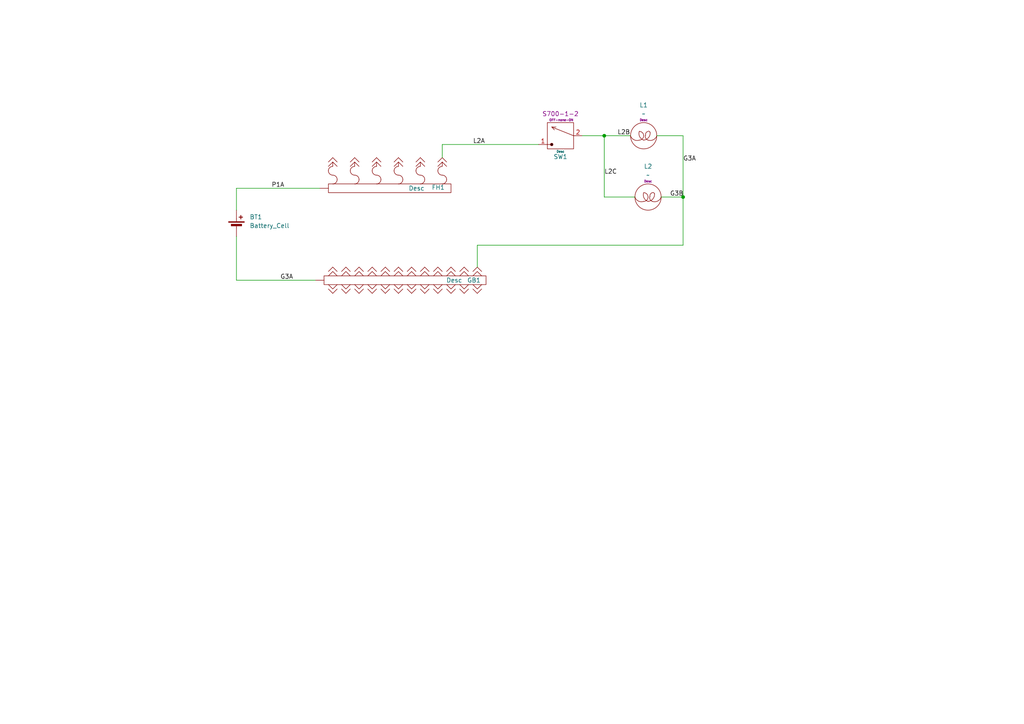
<source format=kicad_sch>
(kicad_sch
	(version 20250114)
	(generator "eeschema")
	(generator_version "9.0")
	(uuid "54b1aeba-9ceb-45cf-abbb-71d5775470ba")
	(paper "A4")
	(lib_symbols
		(symbol "AeroElectricConnectionSymbols:Fuse_Holder_6x"
			(pin_numbers
				(hide yes)
			)
			(pin_names
				(offset 0)
				(hide yes)
			)
			(exclude_from_sim no)
			(in_bom yes)
			(on_board yes)
			(property "Reference" "FH"
				(at -3.556 -14.732 90)
				(do_not_autoplace)
				(effects
					(font
						(size 1.27 1.27)
					)
					(justify left)
				)
			)
			(property "Value" "Desc"
				(at -3.81 -8.89 90)
				(do_not_autoplace)
				(effects
					(font
						(size 1.27 1.27)
					)
					(justify left)
				)
			)
			(property "Footprint" ""
				(at -2.54 11.43 0)
				(effects
					(font
						(size 1.27 1.27)
					)
					(hide yes)
				)
			)
			(property "Datasheet" ""
				(at -2.54 11.43 0)
				(effects
					(font
						(size 1.27 1.27)
					)
					(hide yes)
				)
			)
			(property "Description" ""
				(at -2.54 11.43 0)
				(effects
					(font
						(size 1.27 1.27)
					)
					(hide yes)
				)
			)
			(symbol "Fuse_Holder_6x_0_1"
				(rectangle
					(start -5.08 19.05)
					(end -2.54 -16.51)
					(stroke
						(width 0)
						(type default)
					)
					(fill
						(type none)
					)
				)
				(arc
					(start 0 17.78)
					(mid -0.372 16.882)
					(end -1.27 16.51)
					(stroke
						(width 0)
						(type default)
					)
					(fill
						(type none)
					)
				)
				(arc
					(start 0 11.43)
					(mid -0.372 10.532)
					(end -1.27 10.16)
					(stroke
						(width 0)
						(type default)
					)
					(fill
						(type none)
					)
				)
				(arc
					(start 0 5.08)
					(mid -0.372 4.182)
					(end -1.27 3.81)
					(stroke
						(width 0)
						(type default)
					)
					(fill
						(type none)
					)
				)
				(arc
					(start 0 -1.27)
					(mid -0.372 -2.168)
					(end -1.27 -2.54)
					(stroke
						(width 0)
						(type default)
					)
					(fill
						(type none)
					)
				)
				(arc
					(start 0 -7.62)
					(mid -0.372 -8.518)
					(end -1.27 -8.89)
					(stroke
						(width 0)
						(type default)
					)
					(fill
						(type none)
					)
				)
				(arc
					(start 0 -13.97)
					(mid -0.372 -14.868)
					(end -1.27 -15.24)
					(stroke
						(width 0)
						(type default)
					)
					(fill
						(type none)
					)
				)
				(arc
					(start -1.27 16.51)
					(mid -2.168 16.882)
					(end -2.54 17.78)
					(stroke
						(width 0)
						(type default)
					)
					(fill
						(type none)
					)
				)
				(arc
					(start -1.27 10.16)
					(mid -2.168 10.532)
					(end -2.54 11.43)
					(stroke
						(width 0)
						(type default)
					)
					(fill
						(type none)
					)
				)
				(arc
					(start -1.27 3.81)
					(mid -2.168 4.182)
					(end -2.54 5.08)
					(stroke
						(width 0)
						(type default)
					)
					(fill
						(type none)
					)
				)
				(arc
					(start -1.27 -2.54)
					(mid -2.168 -2.168)
					(end -2.54 -1.27)
					(stroke
						(width 0)
						(type default)
					)
					(fill
						(type none)
					)
				)
				(arc
					(start -1.27 -8.89)
					(mid -2.168 -8.518)
					(end -2.54 -7.62)
					(stroke
						(width 0)
						(type default)
					)
					(fill
						(type none)
					)
				)
				(arc
					(start -1.27 -15.24)
					(mid -2.168 -14.868)
					(end -2.54 -13.97)
					(stroke
						(width 0)
						(type default)
					)
					(fill
						(type none)
					)
				)
				(arc
					(start 0 17.78)
					(mid 0.372 18.678)
					(end 1.27 19.05)
					(stroke
						(width 0)
						(type default)
					)
					(fill
						(type none)
					)
				)
				(arc
					(start 1.27 19.05)
					(mid 2.168 18.678)
					(end 2.54 17.78)
					(stroke
						(width 0)
						(type default)
					)
					(fill
						(type none)
					)
				)
				(arc
					(start 0 11.43)
					(mid 0.372 12.328)
					(end 1.27 12.7)
					(stroke
						(width 0)
						(type default)
					)
					(fill
						(type none)
					)
				)
				(arc
					(start 1.27 12.7)
					(mid 2.168 12.328)
					(end 2.54 11.43)
					(stroke
						(width 0)
						(type default)
					)
					(fill
						(type none)
					)
				)
				(arc
					(start 0 5.08)
					(mid 0.372 5.978)
					(end 1.27 6.35)
					(stroke
						(width 0)
						(type default)
					)
					(fill
						(type none)
					)
				)
				(arc
					(start 1.27 6.35)
					(mid 2.168 5.978)
					(end 2.54 5.08)
					(stroke
						(width 0)
						(type default)
					)
					(fill
						(type none)
					)
				)
				(arc
					(start 0 -1.27)
					(mid 0.372 -0.372)
					(end 1.27 0)
					(stroke
						(width 0)
						(type default)
					)
					(fill
						(type none)
					)
				)
				(arc
					(start 1.27 0)
					(mid 2.168 -0.372)
					(end 2.54 -1.27)
					(stroke
						(width 0)
						(type default)
					)
					(fill
						(type none)
					)
				)
				(arc
					(start 0 -7.62)
					(mid 0.372 -6.722)
					(end 1.27 -6.35)
					(stroke
						(width 0)
						(type default)
					)
					(fill
						(type none)
					)
				)
				(arc
					(start 1.27 -6.35)
					(mid 2.168 -6.722)
					(end 2.54 -7.62)
					(stroke
						(width 0)
						(type default)
					)
					(fill
						(type none)
					)
				)
				(arc
					(start 0 -13.97)
					(mid 0.372 -13.072)
					(end 1.27 -12.7)
					(stroke
						(width 0)
						(type default)
					)
					(fill
						(type none)
					)
				)
				(arc
					(start 1.27 -12.7)
					(mid 2.168 -13.072)
					(end 2.54 -13.97)
					(stroke
						(width 0)
						(type default)
					)
					(fill
						(type none)
					)
				)
				(polyline
					(pts
						(xy 2.54 16.51) (xy 3.81 17.78) (xy 2.54 19.05)
					)
					(stroke
						(width 0)
						(type default)
					)
					(fill
						(type none)
					)
				)
				(polyline
					(pts
						(xy 2.54 10.16) (xy 3.81 11.43) (xy 2.54 12.7)
					)
					(stroke
						(width 0)
						(type default)
					)
					(fill
						(type none)
					)
				)
				(polyline
					(pts
						(xy 2.54 3.81) (xy 3.81 5.08) (xy 2.54 6.35)
					)
					(stroke
						(width 0)
						(type default)
					)
					(fill
						(type none)
					)
				)
				(polyline
					(pts
						(xy 2.54 -2.54) (xy 3.81 -1.27) (xy 2.54 0)
					)
					(stroke
						(width 0)
						(type default)
					)
					(fill
						(type none)
					)
				)
				(polyline
					(pts
						(xy 2.54 -8.89) (xy 3.81 -7.62) (xy 2.54 -6.35)
					)
					(stroke
						(width 0)
						(type default)
					)
					(fill
						(type none)
					)
				)
				(polyline
					(pts
						(xy 2.54 -15.24) (xy 3.81 -13.97) (xy 2.54 -12.7)
					)
					(stroke
						(width 0)
						(type default)
					)
					(fill
						(type none)
					)
				)
				(polyline
					(pts
						(xy 3.81 16.51) (xy 5.08 17.78) (xy 3.81 19.05)
					)
					(stroke
						(width 0)
						(type default)
					)
					(fill
						(type none)
					)
				)
				(polyline
					(pts
						(xy 3.81 10.16) (xy 5.08 11.43) (xy 3.81 12.7)
					)
					(stroke
						(width 0)
						(type default)
					)
					(fill
						(type none)
					)
				)
				(polyline
					(pts
						(xy 3.81 3.81) (xy 5.08 5.08) (xy 3.81 6.35)
					)
					(stroke
						(width 0)
						(type default)
					)
					(fill
						(type none)
					)
				)
				(polyline
					(pts
						(xy 3.81 -2.54) (xy 5.08 -1.27) (xy 3.81 0)
					)
					(stroke
						(width 0)
						(type default)
					)
					(fill
						(type none)
					)
				)
				(polyline
					(pts
						(xy 3.81 -8.89) (xy 5.08 -7.62) (xy 3.81 -6.35)
					)
					(stroke
						(width 0)
						(type default)
					)
					(fill
						(type none)
					)
				)
				(polyline
					(pts
						(xy 3.81 -15.24) (xy 5.08 -13.97) (xy 3.81 -12.7)
					)
					(stroke
						(width 0)
						(type default)
					)
					(fill
						(type none)
					)
				)
			)
			(symbol "Fuse_Holder_6x_1_1"
				(polyline
					(pts
						(xy 2.54 17.78) (xy 2.54 17.78)
					)
					(stroke
						(width 0)
						(type default)
					)
					(fill
						(type none)
					)
				)
				(polyline
					(pts
						(xy 2.54 17.78) (xy 2.54 17.78)
					)
					(stroke
						(width 0)
						(type default)
					)
					(fill
						(type none)
					)
				)
				(polyline
					(pts
						(xy 2.54 11.43) (xy 2.54 11.43)
					)
					(stroke
						(width 0)
						(type default)
					)
					(fill
						(type none)
					)
				)
				(polyline
					(pts
						(xy 2.54 11.43) (xy 2.54 11.43)
					)
					(stroke
						(width 0)
						(type default)
					)
					(fill
						(type none)
					)
				)
				(polyline
					(pts
						(xy 2.54 5.08) (xy 2.54 5.08)
					)
					(stroke
						(width 0)
						(type default)
					)
					(fill
						(type none)
					)
				)
				(polyline
					(pts
						(xy 2.54 5.08) (xy 2.54 5.08)
					)
					(stroke
						(width 0)
						(type default)
					)
					(fill
						(type none)
					)
				)
				(polyline
					(pts
						(xy 2.54 -1.27) (xy 2.54 -1.27)
					)
					(stroke
						(width 0)
						(type default)
					)
					(fill
						(type none)
					)
				)
				(polyline
					(pts
						(xy 2.54 -1.27) (xy 2.54 -1.27)
					)
					(stroke
						(width 0)
						(type default)
					)
					(fill
						(type none)
					)
				)
				(polyline
					(pts
						(xy 2.54 -7.62) (xy 2.54 -7.62)
					)
					(stroke
						(width 0)
						(type default)
					)
					(fill
						(type none)
					)
				)
				(polyline
					(pts
						(xy 2.54 -7.62) (xy 2.54 -7.62)
					)
					(stroke
						(width 0)
						(type default)
					)
					(fill
						(type none)
					)
				)
				(polyline
					(pts
						(xy 2.54 -13.97) (xy 2.54 -13.97)
					)
					(stroke
						(width 0)
						(type default)
					)
					(fill
						(type none)
					)
				)
				(polyline
					(pts
						(xy 2.54 -13.97) (xy 2.54 -13.97)
					)
					(stroke
						(width 0)
						(type default)
					)
					(fill
						(type none)
					)
				)
				(polyline
					(pts
						(xy 3.81 17.78) (xy 2.54 17.78)
					)
					(stroke
						(width 0)
						(type default)
					)
					(fill
						(type none)
					)
				)
				(polyline
					(pts
						(xy 3.81 11.43) (xy 2.54 11.43)
					)
					(stroke
						(width 0)
						(type default)
					)
					(fill
						(type none)
					)
				)
				(polyline
					(pts
						(xy 3.81 5.08) (xy 2.54 5.08)
					)
					(stroke
						(width 0)
						(type default)
					)
					(fill
						(type none)
					)
				)
				(polyline
					(pts
						(xy 3.81 -1.27) (xy 2.54 -1.27)
					)
					(stroke
						(width 0)
						(type default)
					)
					(fill
						(type none)
					)
				)
				(polyline
					(pts
						(xy 3.81 -7.62) (xy 2.54 -7.62)
					)
					(stroke
						(width 0)
						(type default)
					)
					(fill
						(type none)
					)
				)
				(polyline
					(pts
						(xy 3.81 -13.97) (xy 2.54 -13.97)
					)
					(stroke
						(width 0)
						(type default)
					)
					(fill
						(type none)
					)
				)
				(pin passive line
					(at -3.81 21.59 270)
					(length 2.54)
					(name "Pwr"
						(effects
							(font
								(size 1.27 1.27)
							)
						)
					)
					(number "1"
						(effects
							(font
								(size 1.27 1.27)
							)
						)
					)
				)
				(pin passive line
					(at 5.08 17.78 180)
					(length 0)
					(name "Desc"
						(effects
							(font
								(size 1.27 1.27)
							)
						)
					)
					(number "Val_A"
						(effects
							(font
								(size 1.27 1.27)
							)
						)
					)
				)
				(pin passive line
					(at 5.08 11.43 180)
					(length 0)
					(name "Desc"
						(effects
							(font
								(size 1.27 1.27)
							)
						)
					)
					(number "Val_A"
						(effects
							(font
								(size 1.27 1.27)
							)
						)
					)
				)
				(pin passive line
					(at 5.08 5.08 180)
					(length 0)
					(name "Desc"
						(effects
							(font
								(size 1.27 1.27)
							)
						)
					)
					(number "Val_A"
						(effects
							(font
								(size 1.27 1.27)
							)
						)
					)
				)
				(pin passive line
					(at 5.08 -1.27 180)
					(length 0)
					(name "Desc"
						(effects
							(font
								(size 1.27 1.27)
							)
						)
					)
					(number "Val_A"
						(effects
							(font
								(size 1.27 1.27)
							)
						)
					)
				)
				(pin passive line
					(at 5.08 -7.62 180)
					(length 0)
					(name "Desc"
						(effects
							(font
								(size 1.27 1.27)
							)
						)
					)
					(number "Val_A"
						(effects
							(font
								(size 1.27 1.27)
							)
						)
					)
				)
				(pin passive line
					(at 5.08 -13.97 180)
					(length 0)
					(name "Desc"
						(effects
							(font
								(size 1.27 1.27)
							)
						)
					)
					(number "Val_A"
						(effects
							(font
								(size 1.27 1.27)
							)
						)
					)
				)
			)
			(embedded_fonts no)
		)
		(symbol "AeroElectricConnectionSymbols:Ground_Block_24x"
			(pin_numbers
				(hide yes)
			)
			(pin_names
				(offset 0)
				(hide yes)
			)
			(exclude_from_sim no)
			(in_bom yes)
			(on_board yes)
			(property "Reference" "GB"
				(at 0 -22.606 90)
				(do_not_autoplace)
				(effects
					(font
						(size 1.27 1.27)
					)
					(justify left)
				)
			)
			(property "Value" "Desc"
				(at 0 -17.272 90)
				(do_not_autoplace)
				(effects
					(font
						(size 1.27 1.27)
					)
					(justify left)
				)
			)
			(property "Footprint" ""
				(at 1.27 13.97 0)
				(effects
					(font
						(size 1.27 1.27)
					)
					(hide yes)
				)
			)
			(property "Datasheet" "GB24 Grounding Block"
				(at 1.27 13.97 0)
				(effects
					(font
						(size 1.27 1.27)
					)
					(hide yes)
				)
			)
			(property "Description" ""
				(at 1.27 13.97 0)
				(effects
					(font
						(size 1.27 1.27)
					)
					(hide yes)
				)
			)
			(symbol "Ground_Block_24x_0_1"
				(polyline
					(pts
						(xy -2.54 21.59) (xy -3.81 20.32) (xy -2.54 19.05)
					)
					(stroke
						(width 0)
						(type default)
					)
					(fill
						(type none)
					)
				)
				(polyline
					(pts
						(xy -2.54 17.78) (xy -3.81 16.51) (xy -2.54 15.24)
					)
					(stroke
						(width 0)
						(type default)
					)
					(fill
						(type none)
					)
				)
				(polyline
					(pts
						(xy -2.54 13.97) (xy -3.81 12.7) (xy -2.54 11.43)
					)
					(stroke
						(width 0)
						(type default)
					)
					(fill
						(type none)
					)
				)
				(polyline
					(pts
						(xy -2.54 10.16) (xy -3.81 8.89) (xy -2.54 7.62)
					)
					(stroke
						(width 0)
						(type default)
					)
					(fill
						(type none)
					)
				)
				(polyline
					(pts
						(xy -2.54 6.35) (xy -3.81 5.08) (xy -2.54 3.81)
					)
					(stroke
						(width 0)
						(type default)
					)
					(fill
						(type none)
					)
				)
				(polyline
					(pts
						(xy -2.54 2.54) (xy -3.81 1.27) (xy -2.54 0)
					)
					(stroke
						(width 0)
						(type default)
					)
					(fill
						(type none)
					)
				)
				(polyline
					(pts
						(xy -2.54 -1.27) (xy -3.81 -2.54) (xy -2.54 -3.81)
					)
					(stroke
						(width 0)
						(type default)
					)
					(fill
						(type none)
					)
				)
				(polyline
					(pts
						(xy -2.54 -5.08) (xy -3.81 -6.35) (xy -2.54 -7.62)
					)
					(stroke
						(width 0)
						(type default)
					)
					(fill
						(type none)
					)
				)
				(polyline
					(pts
						(xy -2.54 -8.89) (xy -3.81 -10.16) (xy -2.54 -11.43)
					)
					(stroke
						(width 0)
						(type default)
					)
					(fill
						(type none)
					)
				)
				(polyline
					(pts
						(xy -2.54 -12.7) (xy -3.81 -13.97) (xy -2.54 -15.24)
					)
					(stroke
						(width 0)
						(type default)
					)
					(fill
						(type none)
					)
				)
				(polyline
					(pts
						(xy -2.54 -16.51) (xy -3.81 -17.78) (xy -2.54 -19.05)
					)
					(stroke
						(width 0)
						(type default)
					)
					(fill
						(type none)
					)
				)
				(polyline
					(pts
						(xy -2.54 -20.32) (xy -3.81 -21.59) (xy -2.54 -22.86)
					)
					(stroke
						(width 0)
						(type default)
					)
					(fill
						(type none)
					)
				)
				(rectangle
					(start -1.27 22.86)
					(end 1.27 -24.13)
					(stroke
						(width 0)
						(type default)
					)
					(fill
						(type none)
					)
				)
				(polyline
					(pts
						(xy -1.27 21.59) (xy -2.54 20.32) (xy -1.27 19.05)
					)
					(stroke
						(width 0)
						(type default)
					)
					(fill
						(type none)
					)
				)
				(polyline
					(pts
						(xy -1.27 17.78) (xy -2.54 16.51) (xy -1.27 15.24)
					)
					(stroke
						(width 0)
						(type default)
					)
					(fill
						(type none)
					)
				)
				(polyline
					(pts
						(xy -1.27 13.97) (xy -2.54 12.7) (xy -1.27 11.43)
					)
					(stroke
						(width 0)
						(type default)
					)
					(fill
						(type none)
					)
				)
				(polyline
					(pts
						(xy -1.27 10.16) (xy -2.54 8.89) (xy -1.27 7.62)
					)
					(stroke
						(width 0)
						(type default)
					)
					(fill
						(type none)
					)
				)
				(polyline
					(pts
						(xy -1.27 6.35) (xy -2.54 5.08) (xy -1.27 3.81)
					)
					(stroke
						(width 0)
						(type default)
					)
					(fill
						(type none)
					)
				)
				(polyline
					(pts
						(xy -1.27 2.54) (xy -2.54 1.27) (xy -1.27 0)
					)
					(stroke
						(width 0)
						(type default)
					)
					(fill
						(type none)
					)
				)
				(polyline
					(pts
						(xy -1.27 -1.27) (xy -2.54 -2.54) (xy -1.27 -3.81)
					)
					(stroke
						(width 0)
						(type default)
					)
					(fill
						(type none)
					)
				)
				(polyline
					(pts
						(xy -1.27 -5.08) (xy -2.54 -6.35) (xy -1.27 -7.62)
					)
					(stroke
						(width 0)
						(type default)
					)
					(fill
						(type none)
					)
				)
				(polyline
					(pts
						(xy -1.27 -8.89) (xy -2.54 -10.16) (xy -1.27 -11.43)
					)
					(stroke
						(width 0)
						(type default)
					)
					(fill
						(type none)
					)
				)
				(polyline
					(pts
						(xy -1.27 -12.7) (xy -2.54 -13.97) (xy -1.27 -15.24)
					)
					(stroke
						(width 0)
						(type default)
					)
					(fill
						(type none)
					)
				)
				(polyline
					(pts
						(xy -1.27 -16.51) (xy -2.54 -17.78) (xy -1.27 -19.05)
					)
					(stroke
						(width 0)
						(type default)
					)
					(fill
						(type none)
					)
				)
				(polyline
					(pts
						(xy -1.27 -20.32) (xy -2.54 -21.59) (xy -1.27 -22.86)
					)
					(stroke
						(width 0)
						(type default)
					)
					(fill
						(type none)
					)
				)
				(polyline
					(pts
						(xy 1.27 19.05) (xy 2.54 20.32) (xy 1.27 21.59)
					)
					(stroke
						(width 0)
						(type default)
					)
					(fill
						(type none)
					)
				)
				(polyline
					(pts
						(xy 1.27 15.24) (xy 2.54 16.51) (xy 1.27 17.78)
					)
					(stroke
						(width 0)
						(type default)
					)
					(fill
						(type none)
					)
				)
				(polyline
					(pts
						(xy 1.27 11.43) (xy 2.54 12.7) (xy 1.27 13.97)
					)
					(stroke
						(width 0)
						(type default)
					)
					(fill
						(type none)
					)
				)
				(polyline
					(pts
						(xy 1.27 7.62) (xy 2.54 8.89) (xy 1.27 10.16)
					)
					(stroke
						(width 0)
						(type default)
					)
					(fill
						(type none)
					)
				)
				(polyline
					(pts
						(xy 1.27 3.81) (xy 2.54 5.08) (xy 1.27 6.35)
					)
					(stroke
						(width 0)
						(type default)
					)
					(fill
						(type none)
					)
				)
				(polyline
					(pts
						(xy 1.27 0) (xy 2.54 1.27) (xy 1.27 2.54)
					)
					(stroke
						(width 0)
						(type default)
					)
					(fill
						(type none)
					)
				)
				(polyline
					(pts
						(xy 1.27 -3.81) (xy 2.54 -2.54) (xy 1.27 -1.27)
					)
					(stroke
						(width 0)
						(type default)
					)
					(fill
						(type none)
					)
				)
				(polyline
					(pts
						(xy 1.27 -7.62) (xy 2.54 -6.35) (xy 1.27 -5.08)
					)
					(stroke
						(width 0)
						(type default)
					)
					(fill
						(type none)
					)
				)
				(polyline
					(pts
						(xy 1.27 -11.43) (xy 2.54 -10.16) (xy 1.27 -8.89)
					)
					(stroke
						(width 0)
						(type default)
					)
					(fill
						(type none)
					)
				)
				(polyline
					(pts
						(xy 1.27 -15.24) (xy 2.54 -13.97) (xy 1.27 -12.7)
					)
					(stroke
						(width 0)
						(type default)
					)
					(fill
						(type none)
					)
				)
				(polyline
					(pts
						(xy 1.27 -19.05) (xy 2.54 -17.78) (xy 1.27 -16.51)
					)
					(stroke
						(width 0)
						(type default)
					)
					(fill
						(type none)
					)
				)
				(polyline
					(pts
						(xy 1.27 -22.86) (xy 2.54 -21.59) (xy 1.27 -20.32)
					)
					(stroke
						(width 0)
						(type default)
					)
					(fill
						(type none)
					)
				)
				(polyline
					(pts
						(xy 2.54 19.05) (xy 3.81 20.32) (xy 2.54 21.59)
					)
					(stroke
						(width 0)
						(type default)
					)
					(fill
						(type none)
					)
				)
				(polyline
					(pts
						(xy 2.54 15.24) (xy 3.81 16.51) (xy 2.54 17.78)
					)
					(stroke
						(width 0)
						(type default)
					)
					(fill
						(type none)
					)
				)
				(polyline
					(pts
						(xy 2.54 11.43) (xy 3.81 12.7) (xy 2.54 13.97)
					)
					(stroke
						(width 0)
						(type default)
					)
					(fill
						(type none)
					)
				)
				(polyline
					(pts
						(xy 2.54 7.62) (xy 3.81 8.89) (xy 2.54 10.16)
					)
					(stroke
						(width 0)
						(type default)
					)
					(fill
						(type none)
					)
				)
				(polyline
					(pts
						(xy 2.54 3.81) (xy 3.81 5.08) (xy 2.54 6.35)
					)
					(stroke
						(width 0)
						(type default)
					)
					(fill
						(type none)
					)
				)
				(polyline
					(pts
						(xy 2.54 0) (xy 3.81 1.27) (xy 2.54 2.54)
					)
					(stroke
						(width 0)
						(type default)
					)
					(fill
						(type none)
					)
				)
				(polyline
					(pts
						(xy 2.54 -3.81) (xy 3.81 -2.54) (xy 2.54 -1.27)
					)
					(stroke
						(width 0)
						(type default)
					)
					(fill
						(type none)
					)
				)
				(polyline
					(pts
						(xy 2.54 -7.62) (xy 3.81 -6.35) (xy 2.54 -5.08)
					)
					(stroke
						(width 0)
						(type default)
					)
					(fill
						(type none)
					)
				)
				(polyline
					(pts
						(xy 2.54 -11.43) (xy 3.81 -10.16) (xy 2.54 -8.89)
					)
					(stroke
						(width 0)
						(type default)
					)
					(fill
						(type none)
					)
				)
				(polyline
					(pts
						(xy 2.54 -15.24) (xy 3.81 -13.97) (xy 2.54 -12.7)
					)
					(stroke
						(width 0)
						(type default)
					)
					(fill
						(type none)
					)
				)
				(polyline
					(pts
						(xy 2.54 -19.05) (xy 3.81 -17.78) (xy 2.54 -16.51)
					)
					(stroke
						(width 0)
						(type default)
					)
					(fill
						(type none)
					)
				)
				(polyline
					(pts
						(xy 2.54 -22.86) (xy 3.81 -21.59) (xy 2.54 -20.32)
					)
					(stroke
						(width 0)
						(type default)
					)
					(fill
						(type none)
					)
				)
			)
			(symbol "Ground_Block_24x_1_1"
				(polyline
					(pts
						(xy -6.35 20.32) (xy -6.35 20.32)
					)
					(stroke
						(width 0)
						(type default)
					)
					(fill
						(type none)
					)
				)
				(polyline
					(pts
						(xy -6.35 20.32) (xy -6.35 20.32)
					)
					(stroke
						(width 0)
						(type default)
					)
					(fill
						(type none)
					)
				)
				(polyline
					(pts
						(xy -6.35 16.51) (xy -6.35 16.51)
					)
					(stroke
						(width 0)
						(type default)
					)
					(fill
						(type none)
					)
				)
				(polyline
					(pts
						(xy -6.35 16.51) (xy -6.35 16.51)
					)
					(stroke
						(width 0)
						(type default)
					)
					(fill
						(type none)
					)
				)
				(polyline
					(pts
						(xy -6.35 12.7) (xy -6.35 12.7)
					)
					(stroke
						(width 0)
						(type default)
					)
					(fill
						(type none)
					)
				)
				(polyline
					(pts
						(xy -6.35 12.7) (xy -6.35 12.7)
					)
					(stroke
						(width 0)
						(type default)
					)
					(fill
						(type none)
					)
				)
				(polyline
					(pts
						(xy -6.35 8.89) (xy -6.35 8.89)
					)
					(stroke
						(width 0)
						(type default)
					)
					(fill
						(type none)
					)
				)
				(polyline
					(pts
						(xy -6.35 8.89) (xy -6.35 8.89)
					)
					(stroke
						(width 0)
						(type default)
					)
					(fill
						(type none)
					)
				)
				(polyline
					(pts
						(xy -6.35 5.08) (xy -6.35 5.08)
					)
					(stroke
						(width 0)
						(type default)
					)
					(fill
						(type none)
					)
				)
				(polyline
					(pts
						(xy -6.35 5.08) (xy -6.35 5.08)
					)
					(stroke
						(width 0)
						(type default)
					)
					(fill
						(type none)
					)
				)
				(polyline
					(pts
						(xy -6.35 1.27) (xy -6.35 1.27)
					)
					(stroke
						(width 0)
						(type default)
					)
					(fill
						(type none)
					)
				)
				(polyline
					(pts
						(xy -6.35 1.27) (xy -6.35 1.27)
					)
					(stroke
						(width 0)
						(type default)
					)
					(fill
						(type none)
					)
				)
				(polyline
					(pts
						(xy -6.35 -2.54) (xy -6.35 -2.54)
					)
					(stroke
						(width 0)
						(type default)
					)
					(fill
						(type none)
					)
				)
				(polyline
					(pts
						(xy -6.35 -2.54) (xy -6.35 -2.54)
					)
					(stroke
						(width 0)
						(type default)
					)
					(fill
						(type none)
					)
				)
				(polyline
					(pts
						(xy -6.35 -6.35) (xy -6.35 -6.35)
					)
					(stroke
						(width 0)
						(type default)
					)
					(fill
						(type none)
					)
				)
				(polyline
					(pts
						(xy -6.35 -6.35) (xy -6.35 -6.35)
					)
					(stroke
						(width 0)
						(type default)
					)
					(fill
						(type none)
					)
				)
				(polyline
					(pts
						(xy -6.35 -10.16) (xy -6.35 -10.16)
					)
					(stroke
						(width 0)
						(type default)
					)
					(fill
						(type none)
					)
				)
				(polyline
					(pts
						(xy -6.35 -10.16) (xy -6.35 -10.16)
					)
					(stroke
						(width 0)
						(type default)
					)
					(fill
						(type none)
					)
				)
				(polyline
					(pts
						(xy -6.35 -13.97) (xy -6.35 -13.97)
					)
					(stroke
						(width 0)
						(type default)
					)
					(fill
						(type none)
					)
				)
				(polyline
					(pts
						(xy -6.35 -13.97) (xy -6.35 -13.97)
					)
					(stroke
						(width 0)
						(type default)
					)
					(fill
						(type none)
					)
				)
				(polyline
					(pts
						(xy -6.35 -17.78) (xy -6.35 -17.78)
					)
					(stroke
						(width 0)
						(type default)
					)
					(fill
						(type none)
					)
				)
				(polyline
					(pts
						(xy -6.35 -17.78) (xy -6.35 -17.78)
					)
					(stroke
						(width 0)
						(type default)
					)
					(fill
						(type none)
					)
				)
				(polyline
					(pts
						(xy -6.35 -21.59) (xy -6.35 -21.59)
					)
					(stroke
						(width 0)
						(type default)
					)
					(fill
						(type none)
					)
				)
				(polyline
					(pts
						(xy -6.35 -21.59) (xy -6.35 -21.59)
					)
					(stroke
						(width 0)
						(type default)
					)
					(fill
						(type none)
					)
				)
				(polyline
					(pts
						(xy 6.35 20.32) (xy 6.35 20.32)
					)
					(stroke
						(width 0)
						(type default)
					)
					(fill
						(type none)
					)
				)
				(polyline
					(pts
						(xy 6.35 20.32) (xy 6.35 20.32)
					)
					(stroke
						(width 0)
						(type default)
					)
					(fill
						(type none)
					)
				)
				(polyline
					(pts
						(xy 6.35 16.51) (xy 6.35 16.51)
					)
					(stroke
						(width 0)
						(type default)
					)
					(fill
						(type none)
					)
				)
				(polyline
					(pts
						(xy 6.35 16.51) (xy 6.35 16.51)
					)
					(stroke
						(width 0)
						(type default)
					)
					(fill
						(type none)
					)
				)
				(polyline
					(pts
						(xy 6.35 12.7) (xy 6.35 12.7)
					)
					(stroke
						(width 0)
						(type default)
					)
					(fill
						(type none)
					)
				)
				(polyline
					(pts
						(xy 6.35 12.7) (xy 6.35 12.7)
					)
					(stroke
						(width 0)
						(type default)
					)
					(fill
						(type none)
					)
				)
				(polyline
					(pts
						(xy 6.35 8.89) (xy 6.35 8.89)
					)
					(stroke
						(width 0)
						(type default)
					)
					(fill
						(type none)
					)
				)
				(polyline
					(pts
						(xy 6.35 8.89) (xy 6.35 8.89)
					)
					(stroke
						(width 0)
						(type default)
					)
					(fill
						(type none)
					)
				)
				(polyline
					(pts
						(xy 6.35 5.08) (xy 6.35 5.08)
					)
					(stroke
						(width 0)
						(type default)
					)
					(fill
						(type none)
					)
				)
				(polyline
					(pts
						(xy 6.35 5.08) (xy 6.35 5.08)
					)
					(stroke
						(width 0)
						(type default)
					)
					(fill
						(type none)
					)
				)
				(polyline
					(pts
						(xy 6.35 1.27) (xy 6.35 1.27)
					)
					(stroke
						(width 0)
						(type default)
					)
					(fill
						(type none)
					)
				)
				(polyline
					(pts
						(xy 6.35 1.27) (xy 6.35 1.27)
					)
					(stroke
						(width 0)
						(type default)
					)
					(fill
						(type none)
					)
				)
				(polyline
					(pts
						(xy 6.35 -2.54) (xy 6.35 -2.54)
					)
					(stroke
						(width 0)
						(type default)
					)
					(fill
						(type none)
					)
				)
				(polyline
					(pts
						(xy 6.35 -2.54) (xy 6.35 -2.54)
					)
					(stroke
						(width 0)
						(type default)
					)
					(fill
						(type none)
					)
				)
				(polyline
					(pts
						(xy 6.35 -6.35) (xy 6.35 -6.35)
					)
					(stroke
						(width 0)
						(type default)
					)
					(fill
						(type none)
					)
				)
				(polyline
					(pts
						(xy 6.35 -6.35) (xy 6.35 -6.35)
					)
					(stroke
						(width 0)
						(type default)
					)
					(fill
						(type none)
					)
				)
				(polyline
					(pts
						(xy 6.35 -10.16) (xy 6.35 -10.16)
					)
					(stroke
						(width 0)
						(type default)
					)
					(fill
						(type none)
					)
				)
				(polyline
					(pts
						(xy 6.35 -10.16) (xy 6.35 -10.16)
					)
					(stroke
						(width 0)
						(type default)
					)
					(fill
						(type none)
					)
				)
				(polyline
					(pts
						(xy 6.35 -13.97) (xy 6.35 -13.97)
					)
					(stroke
						(width 0)
						(type default)
					)
					(fill
						(type none)
					)
				)
				(polyline
					(pts
						(xy 6.35 -13.97) (xy 6.35 -13.97)
					)
					(stroke
						(width 0)
						(type default)
					)
					(fill
						(type none)
					)
				)
				(polyline
					(pts
						(xy 6.35 -17.78) (xy 6.35 -17.78)
					)
					(stroke
						(width 0)
						(type default)
					)
					(fill
						(type none)
					)
				)
				(polyline
					(pts
						(xy 6.35 -17.78) (xy 6.35 -17.78)
					)
					(stroke
						(width 0)
						(type default)
					)
					(fill
						(type none)
					)
				)
				(polyline
					(pts
						(xy 6.35 -21.59) (xy 6.35 -21.59)
					)
					(stroke
						(width 0)
						(type default)
					)
					(fill
						(type none)
					)
				)
				(polyline
					(pts
						(xy 6.35 -21.59) (xy 6.35 -21.59)
					)
					(stroke
						(width 0)
						(type default)
					)
					(fill
						(type none)
					)
				)
				(pin passive line
					(at -3.81 20.32 0)
					(length 0)
					(name "Desc"
						(effects
							(font
								(size 1.27 1.27)
							)
						)
					)
					(number "Val_A"
						(effects
							(font
								(size 1.27 1.27)
							)
						)
					)
				)
				(pin passive line
					(at -3.81 16.51 0)
					(length 0)
					(name "Desc"
						(effects
							(font
								(size 1.27 1.27)
							)
						)
					)
					(number "Val_A"
						(effects
							(font
								(size 1.27 1.27)
							)
						)
					)
				)
				(pin passive line
					(at -3.81 12.7 0)
					(length 0)
					(name "Desc"
						(effects
							(font
								(size 1.27 1.27)
							)
						)
					)
					(number "Val_A"
						(effects
							(font
								(size 1.27 1.27)
							)
						)
					)
				)
				(pin passive line
					(at -3.81 8.89 0)
					(length 0)
					(name "Desc"
						(effects
							(font
								(size 1.27 1.27)
							)
						)
					)
					(number "Val_A"
						(effects
							(font
								(size 1.27 1.27)
							)
						)
					)
				)
				(pin passive line
					(at -3.81 5.08 0)
					(length 0)
					(name "Desc"
						(effects
							(font
								(size 1.27 1.27)
							)
						)
					)
					(number "Val_A"
						(effects
							(font
								(size 1.27 1.27)
							)
						)
					)
				)
				(pin passive line
					(at -3.81 1.27 0)
					(length 0)
					(name "Desc"
						(effects
							(font
								(size 1.27 1.27)
							)
						)
					)
					(number "Val_A"
						(effects
							(font
								(size 1.27 1.27)
							)
						)
					)
				)
				(pin passive line
					(at -3.81 -2.54 0)
					(length 0)
					(name "Desc"
						(effects
							(font
								(size 1.27 1.27)
							)
						)
					)
					(number "Val_A"
						(effects
							(font
								(size 1.27 1.27)
							)
						)
					)
				)
				(pin passive line
					(at -3.81 -6.35 0)
					(length 0)
					(name "Desc"
						(effects
							(font
								(size 1.27 1.27)
							)
						)
					)
					(number "Val_A"
						(effects
							(font
								(size 1.27 1.27)
							)
						)
					)
				)
				(pin passive line
					(at -3.81 -10.16 0)
					(length 0)
					(name "Desc"
						(effects
							(font
								(size 1.27 1.27)
							)
						)
					)
					(number "Val_A"
						(effects
							(font
								(size 1.27 1.27)
							)
						)
					)
				)
				(pin passive line
					(at -3.81 -13.97 0)
					(length 0)
					(name "Desc"
						(effects
							(font
								(size 1.27 1.27)
							)
						)
					)
					(number "Val_A"
						(effects
							(font
								(size 1.27 1.27)
							)
						)
					)
				)
				(pin passive line
					(at -3.81 -17.78 0)
					(length 0)
					(name "Desc"
						(effects
							(font
								(size 1.27 1.27)
							)
						)
					)
					(number "Val_A"
						(effects
							(font
								(size 1.27 1.27)
							)
						)
					)
				)
				(pin passive line
					(at -3.81 -21.59 0)
					(length 0)
					(name "Desc"
						(effects
							(font
								(size 1.27 1.27)
							)
						)
					)
					(number "Val_A"
						(effects
							(font
								(size 1.27 1.27)
							)
						)
					)
				)
				(pin passive line
					(at 0 25.4 270)
					(length 2.54)
					(name "Pwr"
						(effects
							(font
								(size 1.27 1.27)
							)
						)
					)
					(number "1"
						(effects
							(font
								(size 1.27 1.27)
							)
						)
					)
				)
				(pin passive line
					(at 3.81 20.32 180)
					(length 0)
					(name "Desc"
						(effects
							(font
								(size 1.27 1.27)
							)
						)
					)
					(number "Val_A"
						(effects
							(font
								(size 1.27 1.27)
							)
						)
					)
				)
				(pin passive line
					(at 3.81 16.51 180)
					(length 0)
					(name "Desc"
						(effects
							(font
								(size 1.27 1.27)
							)
						)
					)
					(number "Val_A"
						(effects
							(font
								(size 1.27 1.27)
							)
						)
					)
				)
				(pin passive line
					(at 3.81 12.7 180)
					(length 0)
					(name "Desc"
						(effects
							(font
								(size 1.27 1.27)
							)
						)
					)
					(number "Val_A"
						(effects
							(font
								(size 1.27 1.27)
							)
						)
					)
				)
				(pin passive line
					(at 3.81 8.89 180)
					(length 0)
					(name "Desc"
						(effects
							(font
								(size 1.27 1.27)
							)
						)
					)
					(number "Val_A"
						(effects
							(font
								(size 1.27 1.27)
							)
						)
					)
				)
				(pin passive line
					(at 3.81 5.08 180)
					(length 0)
					(name "Desc"
						(effects
							(font
								(size 1.27 1.27)
							)
						)
					)
					(number "Val_A"
						(effects
							(font
								(size 1.27 1.27)
							)
						)
					)
				)
				(pin passive line
					(at 3.81 1.27 180)
					(length 0)
					(name "Desc"
						(effects
							(font
								(size 1.27 1.27)
							)
						)
					)
					(number "Val_A"
						(effects
							(font
								(size 1.27 1.27)
							)
						)
					)
				)
				(pin passive line
					(at 3.81 -2.54 180)
					(length 0)
					(name "Desc"
						(effects
							(font
								(size 1.27 1.27)
							)
						)
					)
					(number "Val_A"
						(effects
							(font
								(size 1.27 1.27)
							)
						)
					)
				)
				(pin passive line
					(at 3.81 -6.35 180)
					(length 0)
					(name "Desc"
						(effects
							(font
								(size 1.27 1.27)
							)
						)
					)
					(number "Val_A"
						(effects
							(font
								(size 1.27 1.27)
							)
						)
					)
				)
				(pin passive line
					(at 3.81 -10.16 180)
					(length 0)
					(name "Desc"
						(effects
							(font
								(size 1.27 1.27)
							)
						)
					)
					(number "Val_A"
						(effects
							(font
								(size 1.27 1.27)
							)
						)
					)
				)
				(pin passive line
					(at 3.81 -13.97 180)
					(length 0)
					(name "Desc"
						(effects
							(font
								(size 1.27 1.27)
							)
						)
					)
					(number "Val_A"
						(effects
							(font
								(size 1.27 1.27)
							)
						)
					)
				)
				(pin passive line
					(at 3.81 -17.78 180)
					(length 0)
					(name "Desc"
						(effects
							(font
								(size 1.27 1.27)
							)
						)
					)
					(number "Val_A"
						(effects
							(font
								(size 1.27 1.27)
							)
						)
					)
				)
				(pin passive line
					(at 3.81 -21.59 180)
					(length 0)
					(name "Desc"
						(effects
							(font
								(size 1.27 1.27)
							)
						)
					)
					(number "Val_A"
						(effects
							(font
								(size 1.27 1.27)
							)
						)
					)
				)
			)
			(embedded_fonts no)
		)
		(symbol "AeroElectricConnectionSymbols:Lamp"
			(pin_numbers
				(hide yes)
			)
			(pin_names
				(hide yes)
			)
			(exclude_from_sim no)
			(in_bom yes)
			(on_board yes)
			(property "Reference" "L"
				(at 0 6.096 0)
				(effects
					(font
						(size 1.27 1.27)
					)
				)
			)
			(property "Value" ""
				(at 0 0 90)
				(effects
					(font
						(size 1.27 1.27)
					)
				)
			)
			(property "Footprint" ""
				(at 0 0 90)
				(effects
					(font
						(size 1.27 1.27)
					)
					(hide yes)
				)
			)
			(property "Datasheet" ""
				(at 0 0 90)
				(effects
					(font
						(size 1.27 1.27)
					)
					(hide yes)
				)
			)
			(property "Description" "Desc"
				(at 0 4.572 0)
				(do_not_autoplace)
				(effects
					(font
						(size 0.635 0.635)
					)
				)
			)
			(symbol "Lamp_0_1"
				(arc
					(start -1.27 -1.27)
					(mid -2.803 -1.1611)
					(end -3.81 0)
					(stroke
						(width 0)
						(type default)
					)
					(fill
						(type none)
					)
				)
				(arc
					(start 0 0)
					(mid -0.372 -0.898)
					(end -1.27 -1.27)
					(stroke
						(width 0)
						(type default)
					)
					(fill
						(type none)
					)
				)
				(arc
					(start -1.27 1.27)
					(mid -0.372 0.898)
					(end 0 0)
					(stroke
						(width 0)
						(type default)
					)
					(fill
						(type none)
					)
				)
				(arc
					(start 1.8758 0.9538)
					(mid 1.3985 -0.5466)
					(end 0 -1.27)
					(stroke
						(width 0)
						(type default)
					)
					(fill
						(type none)
					)
				)
				(circle
					(center 0 0)
					(radius 3.81)
					(stroke
						(width 0)
						(type default)
					)
					(fill
						(type none)
					)
				)
				(arc
					(start 0 -1.27)
					(mid -1.1611 -0.263)
					(end -1.27 1.27)
					(stroke
						(width 0)
						(type default)
					)
					(fill
						(type none)
					)
				)
				(arc
					(start 1.3671 1.3353)
					(mid 1.6919 1.2279)
					(end 1.844 0.922)
					(stroke
						(width 0)
						(type default)
					)
					(fill
						(type none)
					)
				)
				(arc
					(start 0.5722 0.1271)
					(mid 0.6847 0.8428)
					(end 1.27 1.27)
					(stroke
						(width 0)
						(type default)
					)
					(fill
						(type none)
					)
				)
				(arc
					(start 1.27 -1.27)
					(mid 0.6002 -0.7291)
					(end 0.5086 0.1271)
					(stroke
						(width 0)
						(type default)
					)
					(fill
						(type none)
					)
				)
				(arc
					(start 3.81 0)
					(mid 2.803 -1.1611)
					(end 1.27 -1.27)
					(stroke
						(width 0)
						(type default)
					)
					(fill
						(type none)
					)
				)
			)
			(symbol "Lamp_1_1"
				(pin passive line
					(at -3.81 0 0)
					(length 0)
					(name "In"
						(effects
							(font
								(size 1.27 1.27)
							)
						)
					)
					(number "1"
						(effects
							(font
								(size 1.27 1.27)
							)
						)
					)
				)
				(pin passive line
					(at 3.81 0 180)
					(length 0)
					(name "Out"
						(effects
							(font
								(size 1.27 1.27)
							)
						)
					)
					(number "2"
						(effects
							(font
								(size 1.27 1.27)
							)
						)
					)
				)
			)
			(embedded_fonts no)
		)
		(symbol "AeroElectricConnectionSymbols:S700-1-2"
			(pin_names
				(hide yes)
			)
			(exclude_from_sim no)
			(in_bom yes)
			(on_board yes)
			(property "Reference" "SW"
				(at 0 6.096 0)
				(do_not_autoplace)
				(effects
					(font
						(size 1.27 1.27)
					)
				)
			)
			(property "Value" "Desc"
				(at 0 4.572 0)
				(do_not_autoplace)
				(effects
					(font
						(size 0.635 0.635)
					)
				)
			)
			(property "Footprint" ""
				(at 0 3.048 0)
				(effects
					(font
						(size 1.27 1.27)
					)
					(hide yes)
				)
			)
			(property "Datasheet" "S700-1-2"
				(at -0.254 -7.366 0)
				(effects
					(font
						(size 1.27 1.27)
					)
				)
			)
			(property "Description" "OFF-none-ON"
				(at -0.254 -4.572 0)
				(do_not_autoplace)
				(effects
					(font
						(size 0.635 0.635)
					)
				)
			)
			(symbol "S700-1-2_0_1"
				(rectangle
					(start -3.81 3.81)
					(end 3.81 -3.81)
					(stroke
						(width 0)
						(type default)
					)
					(fill
						(type none)
					)
				)
				(polyline
					(pts
						(xy -3.81 0) (xy 2.54 -2.54) (xy 1.7627 -1.6939)
					)
					(stroke
						(width 0)
						(type default)
					)
					(fill
						(type none)
					)
				)
				(circle
					(center 2.54 2.54)
					(radius 0.381)
					(stroke
						(width 0)
						(type default)
					)
					(fill
						(type color)
						(color 0 0 0 1)
					)
				)
				(polyline
					(pts
						(xy 2.54 -2.54) (xy 1.27 -2.54)
					)
					(stroke
						(width 0)
						(type default)
					)
					(fill
						(type none)
					)
				)
				(polyline
					(pts
						(xy 3.81 2.54) (xy 2.54 2.54)
					)
					(stroke
						(width 0)
						(type default)
					)
					(fill
						(type none)
					)
				)
			)
			(symbol "S700-1-2_1_1"
				(pin passive line
					(at -6.35 0 0)
					(length 2.54)
					(name "IN"
						(effects
							(font
								(size 1.27 1.27)
							)
						)
					)
					(number "2"
						(effects
							(font
								(size 1.27 1.27)
							)
						)
					)
				)
				(pin passive line
					(at 6.35 2.54 180)
					(length 2.54)
					(name "ON"
						(effects
							(font
								(size 1.27 1.27)
							)
						)
					)
					(number "1"
						(effects
							(font
								(size 1.27 1.27)
							)
						)
					)
				)
			)
			(embedded_fonts no)
		)
		(symbol "Device:Battery_Cell"
			(pin_numbers
				(hide yes)
			)
			(pin_names
				(offset 0)
				(hide yes)
			)
			(exclude_from_sim no)
			(in_bom yes)
			(on_board yes)
			(property "Reference" "BT"
				(at 2.54 2.54 0)
				(effects
					(font
						(size 1.27 1.27)
					)
					(justify left)
				)
			)
			(property "Value" "Battery_Cell"
				(at 2.54 0 0)
				(effects
					(font
						(size 1.27 1.27)
					)
					(justify left)
				)
			)
			(property "Footprint" ""
				(at 0 1.524 90)
				(effects
					(font
						(size 1.27 1.27)
					)
					(hide yes)
				)
			)
			(property "Datasheet" "~"
				(at 0 1.524 90)
				(effects
					(font
						(size 1.27 1.27)
					)
					(hide yes)
				)
			)
			(property "Description" "Single-cell battery"
				(at 0 0 0)
				(effects
					(font
						(size 1.27 1.27)
					)
					(hide yes)
				)
			)
			(property "ki_keywords" "battery cell"
				(at 0 0 0)
				(effects
					(font
						(size 1.27 1.27)
					)
					(hide yes)
				)
			)
			(symbol "Battery_Cell_0_1"
				(rectangle
					(start -2.286 1.778)
					(end 2.286 1.524)
					(stroke
						(width 0)
						(type default)
					)
					(fill
						(type outline)
					)
				)
				(rectangle
					(start -1.524 1.016)
					(end 1.524 0.508)
					(stroke
						(width 0)
						(type default)
					)
					(fill
						(type outline)
					)
				)
				(polyline
					(pts
						(xy 0 1.778) (xy 0 2.54)
					)
					(stroke
						(width 0)
						(type default)
					)
					(fill
						(type none)
					)
				)
				(polyline
					(pts
						(xy 0 0.762) (xy 0 0)
					)
					(stroke
						(width 0)
						(type default)
					)
					(fill
						(type none)
					)
				)
				(polyline
					(pts
						(xy 0.762 3.048) (xy 1.778 3.048)
					)
					(stroke
						(width 0.254)
						(type default)
					)
					(fill
						(type none)
					)
				)
				(polyline
					(pts
						(xy 1.27 3.556) (xy 1.27 2.54)
					)
					(stroke
						(width 0.254)
						(type default)
					)
					(fill
						(type none)
					)
				)
			)
			(symbol "Battery_Cell_1_1"
				(pin passive line
					(at 0 5.08 270)
					(length 2.54)
					(name "+"
						(effects
							(font
								(size 1.27 1.27)
							)
						)
					)
					(number "1"
						(effects
							(font
								(size 1.27 1.27)
							)
						)
					)
				)
				(pin passive line
					(at 0 -2.54 90)
					(length 2.54)
					(name "-"
						(effects
							(font
								(size 1.27 1.27)
							)
						)
					)
					(number "2"
						(effects
							(font
								(size 1.27 1.27)
							)
						)
					)
				)
			)
			(embedded_fonts no)
		)
	)
	(junction
		(at 175.26 39.37)
		(diameter 0)
		(color 0 0 0 0)
		(uuid "1d3c4f88-91ed-45bb-bd26-ab44bd65a605")
	)
	(junction
		(at 198.12 57.15)
		(diameter 0)
		(color 0 0 0 0)
		(uuid "7852bf32-58b8-49a3-a8e8-be125d88e40b")
	)
	(wire
		(pts
			(xy 191.77 57.15) (xy 198.12 57.15)
		)
		(stroke
			(width 0)
			(type default)
		)
		(uuid "0abd63f8-58ae-4423-9d09-d56d0539f904")
	)
	(wire
		(pts
			(xy 128.27 45.72) (xy 128.27 41.91)
		)
		(stroke
			(width 0)
			(type default)
		)
		(uuid "1cea6079-5075-49f7-aa21-4a37819fc4dc")
	)
	(wire
		(pts
			(xy 68.58 54.61) (xy 92.71 54.61)
		)
		(stroke
			(width 0)
			(type default)
		)
		(uuid "347cb6a7-d08d-498b-9d2b-68a60fa1c887")
	)
	(wire
		(pts
			(xy 68.58 68.58) (xy 68.58 81.28)
		)
		(stroke
			(width 0)
			(type default)
		)
		(uuid "37205bcf-7bfe-49a7-86ff-214fa5e89a21")
	)
	(wire
		(pts
			(xy 68.58 60.96) (xy 68.58 54.61)
		)
		(stroke
			(width 0)
			(type default)
		)
		(uuid "422b4c93-8e62-4249-92e4-3d5140302a20")
	)
	(wire
		(pts
			(xy 68.58 81.28) (xy 91.44 81.28)
		)
		(stroke
			(width 0)
			(type default)
		)
		(uuid "4beac7f7-2185-4e49-8394-35d6b5bb5700")
	)
	(wire
		(pts
			(xy 175.26 57.15) (xy 175.26 39.37)
		)
		(stroke
			(width 0)
			(type default)
		)
		(uuid "6d5e0adf-cb83-45f6-a17f-967a5fea8464")
	)
	(wire
		(pts
			(xy 175.26 39.37) (xy 182.88 39.37)
		)
		(stroke
			(width 0)
			(type default)
		)
		(uuid "8e6a93ad-ec31-451e-b505-375038ec1665")
	)
	(wire
		(pts
			(xy 138.43 77.47) (xy 138.43 71.12)
		)
		(stroke
			(width 0)
			(type default)
		)
		(uuid "8fd2b36b-a370-4c2b-96db-334719b94bb5")
	)
	(wire
		(pts
			(xy 198.12 57.15) (xy 198.12 39.37)
		)
		(stroke
			(width 0)
			(type default)
		)
		(uuid "94cc658e-faac-4da7-83a0-cf4dde89c1d4")
	)
	(wire
		(pts
			(xy 138.43 71.12) (xy 198.12 71.12)
		)
		(stroke
			(width 0)
			(type default)
		)
		(uuid "9c6a54c3-d3d0-44dc-bd00-235e2a72ec6b")
	)
	(wire
		(pts
			(xy 198.12 39.37) (xy 190.5 39.37)
		)
		(stroke
			(width 0)
			(type default)
		)
		(uuid "9fbb09e8-6dbb-4188-a048-b7da31bde1fd")
	)
	(wire
		(pts
			(xy 198.12 71.12) (xy 198.12 57.15)
		)
		(stroke
			(width 0)
			(type default)
		)
		(uuid "cdda3f58-c933-4246-8e10-1ff8724c9580")
	)
	(wire
		(pts
			(xy 184.15 57.15) (xy 175.26 57.15)
		)
		(stroke
			(width 0)
			(type default)
		)
		(uuid "dce720b5-8515-4d56-ae8b-47adc0fe1fee")
	)
	(wire
		(pts
			(xy 128.27 41.91) (xy 156.21 41.91)
		)
		(stroke
			(width 0)
			(type default)
		)
		(uuid "df308672-7ce2-405e-bb87-d76763ca3b84")
	)
	(wire
		(pts
			(xy 168.91 39.37) (xy 175.26 39.37)
		)
		(stroke
			(width 0)
			(type default)
		)
		(uuid "f9d99456-e7ba-4894-8f41-9088957eabfb")
	)
	(label "P1A"
		(at 78.74 54.61 0)
		(effects
			(font
				(size 1.27 1.27)
			)
			(justify left bottom)
		)
		(uuid "0032598d-4465-44c8-abc3-28f67b537e09")
	)
	(label "L2C"
		(at 175.26 50.8 0)
		(effects
			(font
				(size 1.27 1.27)
			)
			(justify left bottom)
		)
		(uuid "0fe64eba-acb2-477e-8015-94e70ad20aa7")
	)
	(label "G3A"
		(at 198.12 46.99 0)
		(effects
			(font
				(size 1.27 1.27)
			)
			(justify left bottom)
		)
		(uuid "4d6bc7b4-0b64-4273-bf56-fca680e87aba")
	)
	(label "L2B"
		(at 179.07 39.37 0)
		(effects
			(font
				(size 1.27 1.27)
			)
			(justify left bottom)
		)
		(uuid "5e82689e-59c9-47de-8e39-b9ffc989e216")
	)
	(label "G3A"
		(at 81.28 81.28 0)
		(effects
			(font
				(size 1.27 1.27)
			)
			(justify left bottom)
		)
		(uuid "bcd0766a-9388-4a76-8196-4cfd05743509")
	)
	(label "G3B"
		(at 194.31 57.15 0)
		(effects
			(font
				(size 1.27 1.27)
			)
			(justify left bottom)
		)
		(uuid "ca6ce57b-ab04-4872-afd4-0e8d5df1cdd9")
	)
	(label "L2A"
		(at 137.16 41.91 0)
		(effects
			(font
				(size 1.27 1.27)
			)
			(justify left bottom)
		)
		(uuid "fb3e8f06-9869-4457-b977-ec88528ec8c8")
	)
	(symbol
		(lib_id "Device:Battery_Cell")
		(at 68.58 66.04 0)
		(unit 1)
		(exclude_from_sim no)
		(in_bom yes)
		(on_board yes)
		(dnp no)
		(fields_autoplaced yes)
		(uuid "46dd77f4-3b24-4ac8-8530-40f060c0ac79")
		(property "Reference" "BT1"
			(at 72.39 62.9284 0)
			(effects
				(font
					(size 1.27 1.27)
				)
				(justify left)
			)
		)
		(property "Value" "Battery_Cell"
			(at 72.39 65.4684 0)
			(effects
				(font
					(size 1.27 1.27)
				)
				(justify left)
			)
		)
		(property "Footprint" "|(1,0,0)S40"
			(at 68.58 64.516 90)
			(effects
				(font
					(size 1.27 1.27)
				)
				(hide yes)
			)
		)
		(property "Datasheet" "~"
			(at 68.58 64.516 90)
			(effects
				(font
					(size 1.27 1.27)
				)
				(hide yes)
			)
		)
		(property "Description" "Single-cell battery"
			(at 68.58 66.04 0)
			(effects
				(font
					(size 1.27 1.27)
				)
				(hide yes)
			)
		)
		(pin "1"
			(uuid "07c4f6fc-b54c-4c37-8a63-8ac8a11c75bb")
		)
		(pin "2"
			(uuid "475d45b6-fde2-4a65-a01c-45e0c5547959")
		)
		(instances
			(project ""
				(path "/54b1aeba-9ceb-45cf-abbb-71d5775470ba"
					(reference "BT1")
					(unit 1)
				)
			)
		)
	)
	(symbol
		(lib_id "AeroElectricConnectionSymbols:Lamp")
		(at 187.96 57.15 0)
		(unit 1)
		(exclude_from_sim no)
		(in_bom yes)
		(on_board yes)
		(dnp no)
		(fields_autoplaced yes)
		(uuid "6cac849d-0f21-4790-983d-fef7c36eb8bb")
		(property "Reference" "L2"
			(at 187.96 48.26 0)
			(effects
				(font
					(size 1.27 1.27)
				)
			)
		)
		(property "Value" "~"
			(at 187.96 50.8 0)
			(effects
				(font
					(size 1.27 1.27)
				)
			)
		)
		(property "Footprint" "|(0,0,-100)L2.5"
			(at 187.96 57.15 90)
			(effects
				(font
					(size 1.27 1.27)
				)
				(hide yes)
			)
		)
		(property "Datasheet" ""
			(at 187.96 57.15 90)
			(effects
				(font
					(size 1.27 1.27)
				)
				(hide yes)
			)
		)
		(property "Description" "Desc"
			(at 187.96 52.578 0)
			(do_not_autoplace yes)
			(effects
				(font
					(size 0.635 0.635)
				)
			)
		)
		(pin "2"
			(uuid "c79b85ca-f3b7-46e2-a325-8d8280d744e2")
		)
		(pin "1"
			(uuid "fb085010-6b14-46f6-ad44-7e611932220b")
		)
		(instances
			(project ""
				(path "/54b1aeba-9ceb-45cf-abbb-71d5775470ba"
					(reference "L2")
					(unit 1)
				)
			)
		)
	)
	(symbol
		(lib_id "AeroElectricConnectionSymbols:Lamp")
		(at 186.69 39.37 0)
		(unit 1)
		(exclude_from_sim no)
		(in_bom yes)
		(on_board yes)
		(dnp no)
		(fields_autoplaced yes)
		(uuid "793d1bff-38bc-4095-9752-e48502caced9")
		(property "Reference" "L1"
			(at 186.69 30.48 0)
			(effects
				(font
					(size 1.27 1.27)
				)
			)
		)
		(property "Value" "~"
			(at 186.69 33.02 0)
			(effects
				(font
					(size 1.27 1.27)
				)
			)
		)
		(property "Footprint" "|(0,0,100)L2.5"
			(at 186.69 39.37 90)
			(effects
				(font
					(size 1.27 1.27)
				)
				(hide yes)
			)
		)
		(property "Datasheet" ""
			(at 186.69 39.37 90)
			(effects
				(font
					(size 1.27 1.27)
				)
				(hide yes)
			)
		)
		(property "Description" "Desc"
			(at 186.69 34.798 0)
			(do_not_autoplace yes)
			(effects
				(font
					(size 0.635 0.635)
				)
			)
		)
		(pin "1"
			(uuid "91ea46f7-9e18-4c59-9959-a63e9a1ed86f")
		)
		(pin "2"
			(uuid "aeb19508-2cec-4924-bc80-ab91eaa73fc5")
		)
		(instances
			(project ""
				(path "/54b1aeba-9ceb-45cf-abbb-71d5775470ba"
					(reference "L1")
					(unit 1)
				)
			)
		)
	)
	(symbol
		(lib_id "AeroElectricConnectionSymbols:S700-1-2")
		(at 162.56 39.37 180)
		(unit 1)
		(exclude_from_sim no)
		(in_bom yes)
		(on_board yes)
		(dnp no)
		(fields_autoplaced yes)
		(uuid "7a2c9ba6-d496-4c92-b67b-ea7f2b94fbda")
		(property "Reference" "SW1"
			(at 162.56 45.466 0)
			(do_not_autoplace yes)
			(effects
				(font
					(size 1.27 1.27)
				)
			)
		)
		(property "Value" "Desc"
			(at 162.56 43.942 0)
			(do_not_autoplace yes)
			(effects
				(font
					(size 0.635 0.635)
				)
			)
		)
		(property "Footprint" "|(10,0,0)R20"
			(at 162.56 42.418 0)
			(effects
				(font
					(size 1.27 1.27)
				)
				(hide yes)
			)
		)
		(property "Datasheet" "S700-1-2"
			(at 162.56 33.02 0)
			(effects
				(font
					(size 1.27 1.27)
				)
			)
		)
		(property "Description" "OFF-none-ON"
			(at 162.814 34.798 0)
			(do_not_autoplace yes)
			(effects
				(font
					(size 0.635 0.635)
				)
			)
		)
		(pin "2"
			(uuid "0e834183-16dc-4c24-a75b-b230ab372638")
		)
		(pin "1"
			(uuid "00f0b7a5-de31-4d24-a888-e799c6edfaf1")
		)
		(instances
			(project ""
				(path "/54b1aeba-9ceb-45cf-abbb-71d5775470ba"
					(reference "SW1")
					(unit 1)
				)
			)
		)
	)
	(symbol
		(lib_id "AeroElectricConnectionSymbols:Fuse_Holder_6x")
		(at 114.3 50.8 90)
		(unit 1)
		(exclude_from_sim no)
		(in_bom yes)
		(on_board yes)
		(dnp no)
		(fields_autoplaced yes)
		(uuid "84cdce85-d89b-48c6-a95e-315239753583")
		(property "Reference" "FH1"
			(at 129.032 54.356 90)
			(do_not_autoplace yes)
			(effects
				(font
					(size 1.27 1.27)
				)
				(justify left)
			)
		)
		(property "Value" "Desc"
			(at 123.19 54.61 90)
			(do_not_autoplace yes)
			(effects
				(font
					(size 1.27 1.27)
				)
				(justify left)
			)
		)
		(property "Footprint" "|(0,10,0)R50"
			(at 102.87 53.34 0)
			(effects
				(font
					(size 1.27 1.27)
				)
				(hide yes)
			)
		)
		(property "Datasheet" ""
			(at 102.87 53.34 0)
			(effects
				(font
					(size 1.27 1.27)
				)
				(hide yes)
			)
		)
		(property "Description" ""
			(at 102.87 53.34 0)
			(effects
				(font
					(size 1.27 1.27)
				)
				(hide yes)
			)
		)
		(pin "1"
			(uuid "e46d89e9-8abc-48e7-b551-d92643e9892c")
		)
		(pin "Val_A"
			(uuid "1c8f6f9d-22c8-42df-9482-e2f110cd873b")
		)
		(pin "Val_A"
			(uuid "185df627-8129-45d1-b78b-1c926d2a9ab2")
		)
		(pin "Val_A"
			(uuid "75a610e0-4475-4ce2-95f7-0e2d347ca258")
		)
		(pin "Val_A"
			(uuid "4dc194c0-2c87-4e1d-b455-c1c19502bce8")
		)
		(pin "Val_A"
			(uuid "39934670-1097-4caf-927f-602827ddcb64")
		)
		(pin "Val_A"
			(uuid "1e9e14e1-e784-47b8-8f40-f0228efbe0d6")
		)
		(instances
			(project ""
				(path "/54b1aeba-9ceb-45cf-abbb-71d5775470ba"
					(reference "FH1")
					(unit 1)
				)
			)
		)
	)
	(symbol
		(lib_id "AeroElectricConnectionSymbols:Ground_Block_24x")
		(at 116.84 81.28 90)
		(unit 1)
		(exclude_from_sim no)
		(in_bom yes)
		(on_board yes)
		(dnp no)
		(fields_autoplaced yes)
		(uuid "fb652f5a-509b-46af-bcd5-cc4d6db4c32c")
		(property "Reference" "GB1"
			(at 139.446 81.28 90)
			(do_not_autoplace yes)
			(effects
				(font
					(size 1.27 1.27)
				)
				(justify left)
			)
		)
		(property "Value" "Desc"
			(at 134.112 81.28 90)
			(do_not_autoplace yes)
			(effects
				(font
					(size 1.27 1.27)
				)
				(justify left)
			)
		)
		(property "Footprint" "|(0,-10,0)R40"
			(at 102.87 80.01 0)
			(effects
				(font
					(size 1.27 1.27)
				)
				(hide yes)
			)
		)
		(property "Datasheet" "GB24 Grounding Block"
			(at 102.87 80.01 0)
			(effects
				(font
					(size 1.27 1.27)
				)
				(hide yes)
			)
		)
		(property "Description" ""
			(at 102.87 80.01 0)
			(effects
				(font
					(size 1.27 1.27)
				)
				(hide yes)
			)
		)
		(pin "Val_A"
			(uuid "4212d235-bb7d-46c7-9cca-205942ce7715")
		)
		(pin "Val_A"
			(uuid "06ce6d65-ea29-48c6-93b6-4fc31e0c884b")
		)
		(pin "Val_A"
			(uuid "fa941509-5594-4ca1-a361-6272303c8bdc")
		)
		(pin "Val_A"
			(uuid "bb45f752-b91b-4ec7-8256-42936d555e98")
		)
		(pin "Val_A"
			(uuid "8c8bd54d-bc85-4026-900b-d67054c0f709")
		)
		(pin "Val_A"
			(uuid "c87a4027-8a8d-4523-8e33-3f693a1b845c")
		)
		(pin "Val_A"
			(uuid "522b991c-b270-47ce-937a-1f45e1fb8232")
		)
		(pin "Val_A"
			(uuid "da2a03f0-0f8a-455a-b88f-e0fccfd5244a")
		)
		(pin "Val_A"
			(uuid "007657e2-3df7-4040-894d-52c8fa0e4f77")
		)
		(pin "Val_A"
			(uuid "95b8973c-5478-4914-8398-804d77d4e128")
		)
		(pin "Val_A"
			(uuid "7aea6287-75cb-4335-8b5e-6574ca157fae")
		)
		(pin "Val_A"
			(uuid "c03ab76c-0baf-40b8-9c52-64921111e8d0")
		)
		(pin "1"
			(uuid "c1725cb5-dc0e-4eb7-b846-d32dd1a10353")
		)
		(pin "Val_A"
			(uuid "328f6699-07b6-4e3c-9856-f21f0a64ef4e")
		)
		(pin "Val_A"
			(uuid "712d606f-1e51-44d8-8e4f-be6ffdd9a020")
		)
		(pin "Val_A"
			(uuid "8e3583f5-7b70-4bd2-bf6f-c9eff656a795")
		)
		(pin "Val_A"
			(uuid "c2fa1ffd-4ec3-43da-8749-12119cf54abf")
		)
		(pin "Val_A"
			(uuid "b1fc17f9-55ca-4438-a90b-8faa11b0c52e")
		)
		(pin "Val_A"
			(uuid "d19d79b4-5450-4f99-af31-ff0ce1171d75")
		)
		(pin "Val_A"
			(uuid "93334cec-ce88-4294-a6e5-9d58f492f4d5")
		)
		(pin "Val_A"
			(uuid "fcffe274-a107-4063-bfe2-1e8a840fb46f")
		)
		(pin "Val_A"
			(uuid "80875e9d-8240-4520-8fb8-8c0924a836aa")
		)
		(pin "Val_A"
			(uuid "13f61043-720e-4f96-ab8a-7a8f8eac97c6")
		)
		(pin "Val_A"
			(uuid "fe68dd65-1b51-482c-92a1-a4c0506be3c6")
		)
		(pin "Val_A"
			(uuid "0bb05b91-d10e-497b-ae63-e65db5715425")
		)
		(instances
			(project ""
				(path "/54b1aeba-9ceb-45cf-abbb-71d5775470ba"
					(reference "GB1")
					(unit 1)
				)
			)
		)
	)
	(sheet_instances
		(path "/"
			(page "1")
		)
	)
	(embedded_fonts no)
)

</source>
